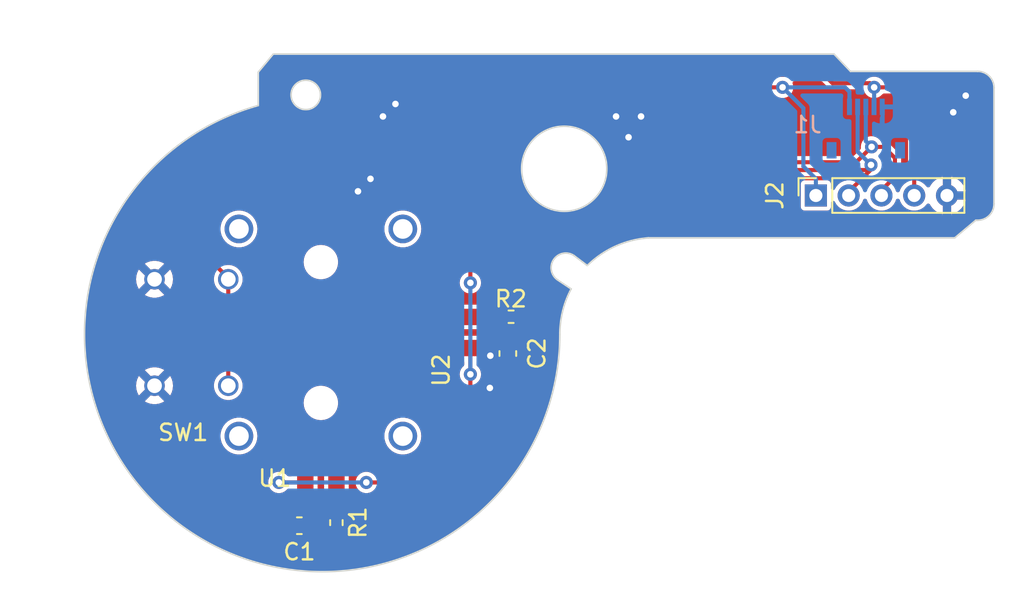
<source format=kicad_pcb>
(kicad_pcb (version 20221018) (generator pcbnew)
  (title_block (title "UniPhob Sub Stick") (company "HandHeldLegend"))
  (layers (0 "F.Cu" signal) (31 "B.Cu" signal) (34 "B.Paste" user) (35 "F.Paste" user) (36 "B.SilkS" user "B.Silkscreen") (37 "F.SilkS" user "F.Silkscreen") (38 "B.Mask" user) (39 "F.Mask" user) (44 "Edge.Cuts" user))
  (net 0 "")
  (net 1 "GND")
  (net 2 "RX")
  (net 3 "RY")
  (net 4 "RS_BUTTON")
  (net 5 "+3V3")
  (net 6 "Net-(U1-VOUT)")
  (net 7 "Net-(U2-VOUT)")
  (footprint "Resistor_SMD:R_0402_1005Metric" (layer "F.Cu") (at 53.038656 47.411123 -90)
    (fp_text reference "R1" (at 0 -1.317344 90) (layer "F.SilkS"))
    (fp_text value "1k")
    (fp_line (start -0.153641 -0.38) (end 0.153641 -0.38) (stroke (width 0.12)) (layer "F.SilkS"))
    (fp_line (start -0.153641 0.38) (end 0.153641 0.38) (stroke (width 0.12)) (layer "F.SilkS"))
    (pad "1" smd roundrect (at -0.51 0 270) (size 0.54 0.64) (layers "F.Cu" "F.Paste" "F.Mask") (net 6 "Net-(U1-VOUT)"))
    (pad "2" smd roundrect (at 0.51 0 270) (size 0.54 0.64) (layers "F.Cu" "F.Paste" "F.Mask") (net 2 "RX"))
  )
  (footprint "Capacitor_SMD:C_0603_1608Metric_Pad1.08x0.95mm_HandSolder" (layer "F.Cu") (at 63.5 37.084 90)
    (fp_text reference "C2" (at 0 1.778 90) (layer "F.SilkS"))
    (fp_text value ".047u")
    (fp_line (start -0.146267 -0.51) (end 0.146267 -0.51) (stroke (width 0.12)) (layer "F.SilkS"))
    (fp_line (start -0.146267 0.51) (end 0.146267 0.51) (stroke (width 0.12)) (layer "F.SilkS"))
    (pad "1" smd roundrect (at -0.8625 0 90) (size 1.075 0.95) (layers "F.Cu" "F.Paste" "F.Mask") (net 1 "GND"))
    (pad "2" smd roundrect (at 0.8625 0 90) (size 1.075 0.95) (layers "F.Cu" "F.Paste" "F.Mask") (net 3 "RY"))
  )
  (footprint "Resistor_SMD:R_0402_1005Metric" (layer "F.Cu") (at 63.698368 34.837056)
    (fp_text reference "R2" (at -0.017757 -1.087732) (layer "F.SilkS"))
    (fp_text value "1k")
    (fp_line (start -0.153641 -0.38) (end 0.153641 -0.38) (stroke (width 0.12)) (layer "F.SilkS"))
    (fp_line (start -0.153641 0.38) (end 0.153641 0.38) (stroke (width 0.12)) (layer "F.SilkS"))
    (pad "1" smd roundrect (at -0.51 0) (size 0.54 0.64) (layers "F.Cu" "F.Paste" "F.Mask") (net 7 "Net-(U2-VOUT)"))
    (pad "2" smd roundrect (at 0.51 0) (size 0.54 0.64) (layers "F.Cu" "F.Paste" "F.Mask") (net 3 "RY"))
  )
  (footprint "uniphob_footprints:GH39F" (layer "F.Cu") (at 52.091101 35.799893)
    (fp_text reference "U2" (at 7.344899 2.300107 90 unlocked) (layer "F.SilkS"))
    (fp_text value "GH39F (Hall SOT23)" hide)
    (pad "1" smd rect (at 9.1 0.95) (size 1 1) (layers "F.Cu" "F.Paste" "F.Mask") (net 5 "+3V3"))
    (pad "2" smd rect (at 9.1 -0.95) (size 1 1) (layers "F.Cu" "F.Paste" "F.Mask") (net 7 "Net-(U2-VOUT)"))
    (pad "3" smd rect (at 6.6 0) (size 1 1) (layers "F.Cu" "F.Paste" "F.Mask") (net 1 "GND"))
  )
  (footprint "Connector_PinSocket_2.00mm:PinSocket_1x05_P2.00mm_Vertical" (layer "F.Cu") (at 82.297 27.432 90)
    (fp_text reference "J2" (at 0 -2.5 90) (layer "F.SilkS"))
    (fp_text value "Conn_01x05_Socket")
    (fp_line (start -1.06 1) (end -1.06 9.06) (stroke (width 0.12)) (layer "F.SilkS"))
    (fp_line (start -1.06 1) (end 1.06 1) (stroke (width 0.12)) (layer "F.SilkS"))
    (fp_line (start -1.06 9.06) (end 1.06 9.06) (stroke (width 0.12)) (layer "F.SilkS"))
    (fp_line (start 0 -1.06) (end 1.06 -1.06) (stroke (width 0.12)) (layer "F.SilkS"))
    (fp_line (start 1.06 -1.06) (end 1.06 0) (stroke (width 0.12)) (layer "F.SilkS"))
    (fp_line (start 1.06 1) (end 1.06 9.06) (stroke (width 0.12)) (layer "F.SilkS"))
    (pad "1" thru_hole rect (at 0 0 90) (size 1.35 1.35) (drill 0.8) (layers "*.Cu" "*.Mask") (net 5 "+3V3"))
    (pad "2" thru_hole oval (at 0 2 90) (size 1.35 1.35) (drill 0.8) (layers "*.Cu" "*.Mask") (net 2 "RX"))
    (pad "3" thru_hole oval (at 0 4 90) (size 1.35 1.35) (drill 0.8) (layers "*.Cu" "*.Mask") (net 3 "RY"))
    (pad "4" thru_hole oval (at 0 6 90) (size 1.35 1.35) (drill 0.8) (layers "*.Cu" "*.Mask") (net 4 "RS_BUTTON"))
    (pad "5" thru_hole oval (at 0 8 90) (size 1.35 1.35) (drill 0.8) (layers "*.Cu" "*.Mask") (net 1 "GND"))
  )
  (footprint "uniphob_footprints:GH39F" (layer "F.Cu") (at 52.091101 35.799893 -90)
    (fp_text reference "U1" (at 8.904107 2.815101 unlocked) (layer "F.SilkS"))
    (fp_text value "GH39F (Hall SOT23)" hide)
    (pad "1" smd rect (at 9.1 0.95 270) (size 1 1) (layers "F.Cu" "F.Paste" "F.Mask") (net 5 "+3V3"))
    (pad "2" smd rect (at 9.1 -0.95 270) (size 1 1) (layers "F.Cu" "F.Paste" "F.Mask") (net 6 "Net-(U1-VOUT)"))
    (pad "3" smd rect (at 6.6 0 270) (size 1 1) (layers "F.Cu" "F.Paste" "F.Mask") (net 1 "GND"))
  )
  (footprint "Capacitor_SMD:C_0603_1608Metric_Pad1.08x0.95mm_HandSolder" (layer "F.Cu") (at 50.778565 47.598841)
    (fp_text reference "C1" (at 0 1.599751) (layer "F.SilkS"))
    (fp_text value ".047u")
    (fp_line (start -0.146267 -0.51) (end 0.146267 -0.51) (stroke (width 0.12)) (layer "F.SilkS"))
    (fp_line (start -0.146267 0.51) (end 0.146267 0.51) (stroke (width 0.12)) (layer "F.SilkS"))
    (pad "1" smd roundrect (at -0.8625 0) (size 1.075 0.95) (layers "F.Cu" "F.Paste" "F.Mask") (net 1 "GND"))
    (pad "2" smd roundrect (at 0.8625 0) (size 1.075 0.95) (layers "F.Cu" "F.Paste" "F.Mask") (net 2 "RX"))
  )
  (footprint "uniphob_footprints:GL18" (layer "F.Cu") (at 52.091101 35.799893)
    (fp_text reference "SW1" (at -8.403101 6.110107 unlocked) (layer "F.SilkS"))
    (fp_text value "GL18_SW")
    (pad "" thru_hole circle (at -5 -6.325) (size 1.75 1.75) (drill 1.2) (layers "*.Cu" "*.Mask"))
    (pad "" thru_hole circle (at -5 6.325) (size 1.75 1.75) (drill 1.2) (layers "*.Cu" "*.Mask"))
    (pad "" np_thru_hole circle (at 0 -4.3) (size 1.6 1.6) (drill 1.6) (layers "F&B.Cu" "*.Mask"))
    (pad "" np_thru_hole circle (at 0 4.3) (size 1.6 1.6) (drill 1.6) (layers "F&B.Cu" "*.Mask"))
    (pad "" thru_hole circle (at 5 -6.325) (size 1.75 1.75) (drill 1.2) (layers "*.Cu" "*.Mask"))
    (pad "" thru_hole circle (at 5 6.325) (size 1.75 1.75) (drill 1.2) (layers "*.Cu" "*.Mask"))
    (pad "S1" thru_hole circle (at -5.65 -3.25) (size 1.25 1.25) (drill 0.9) (layers "*.Cu" "*.Mask") (net 4 "RS_BUTTON"))
    (pad "S2" thru_hole circle (at -5.65 3.25) (size 1.25 1.25) (drill 0.9) (layers "*.Cu" "*.Mask") (net 4 "RS_BUTTON"))
    (pad "S3" thru_hole circle (at -10.15 -3.25) (size 1.25 1.25) (drill 0.9) (layers "*.Cu" "*.Mask") (net 1 "GND"))
    (pad "S4" thru_hole circle (at -10.15 3.25) (size 1.25 1.25) (drill 0.9) (layers "*.Cu" "*.Mask") (net 1 "GND"))
  )
  (footprint "uniphob_footprints:molex_5034800540" (layer "B.Cu") (at 85.344 23.622 180)
    (fp_text reference "J1" (at 3.556 0.508) (layer "B.SilkS") (effects (justify mirror)))
    (fp_text value "Conn_01x05_Pin")
    (pad "" smd rect (at -2.09 -1.05 90) (size 1 0.6) (layers "B.Cu" "B.Paste" "B.Mask"))
    (pad "" smd rect (at 2.09 -1.05 90) (size 1 0.6) (layers "B.Cu" "B.Paste" "B.Mask"))
    (pad "1" smd rect (at -1 1.6 90) (size 1 0.3) (layers "B.Cu" "B.Paste" "B.Mask") (net 1 "GND"))
    (pad "2" smd rect (at -0.5 1.6 90) (size 1 0.3) (layers "B.Cu" "B.Paste" "B.Mask") (net 4 "RS_BUTTON"))
    (pad "3" smd rect (at 0 1.6 90) (size 1 0.3) (layers "B.Cu" "B.Paste" "B.Mask") (net 3 "RY"))
    (pad "4" smd rect (at 0.5 1.6 90) (size 1 0.3) (layers "B.Cu" "B.Paste" "B.Mask") (net 2 "RX"))
    (pad "5" smd rect (at 1 1.6 90) (size 1 0.3) (layers "B.Cu" "B.Paste" "B.Mask") (net 5 "+3V3"))
  )
  (gr_line (start 49.191101 18.796) (end 48.271936 19.904893) (stroke (width 0.1)) (layer "Edge.Cuts"))
  (gr_line (start 90.765011 30.019042) (end 92.05056 28.942693) (stroke (width 0.1)) (layer "Edge.Cuts"))
  (gr_arc (start 66.671936 35.904893) (mid 43.405115 47.455329) (end 48.271936 21.939221) (stroke (width 0.1)) (layer "Edge.Cuts"))
  (gr_line (start 93.165653 27.942693) (end 93.165653 20.853912) (stroke (width 0.1)) (layer "Edge.Cuts"))
  (gr_circle (center 51.171101 21.289893) (end 52.071101 21.289893) (stroke (width 0.1)) (fill none) (layer "Edge.Cuts"))
  (gr_arc (start 68.346774 31.706407) (mid 70.06056 30.531325) (end 72.074378 30.019042) (stroke (width 0.1)) (layer "Edge.Cuts"))
  (gr_line (start 84.403653 19.853093) (end 83.396898 18.796) (stroke (width 0.1)) (layer "Edge.Cuts"))
  (gr_line (start 67.359305 33.141132) (end 66.539967 32.595493) (stroke (width 0.1)) (layer "Edge.Cuts"))
  (gr_arc (start 92.165758 19.853912) (mid 92.872821 20.146827) (end 93.165653 20.853912) (stroke (width 0.1)) (layer "Edge.Cuts"))
  (gr_circle (center 66.941101 25.799893) (end 69.541101 25.799893) (stroke (width 0.1)) (fill none) (layer "Edge.Cuts"))
  (gr_line (start 72.074378 30.019042) (end 90.765011 30.019042) (stroke (width 0.1)) (layer "Edge.Cuts"))
  (gr_line (start 67.537685 31.097308) (end 68.346774 31.706407) (stroke (width 0.1)) (layer "Edge.Cuts"))
  (gr_arc (start 66.539967 32.595493) (mid 66.289715 31.347538) (end 67.537685 31.097308) (stroke (width 0.1)) (layer "Edge.Cuts"))
  (gr_line (start 92.165758 19.853912) (end 84.403653 19.853093) (stroke (width 0.1)) (layer "Edge.Cuts"))
  (gr_arc (start 93.165653 27.942693) (mid 92.872757 28.649783) (end 92.165653 28.942693) (stroke (width 0.1)) (layer "Edge.Cuts"))
  (gr_line (start 83.396898 18.796) (end 49.191101 18.796) (stroke (width 0.1)) (layer "Edge.Cuts"))
  (gr_line (start 48.271936 19.904893) (end 48.271936 21.939221) (stroke (width 0.1)) (layer "Edge.Cuts"))
  (gr_line (start 92.05056 28.942693) (end 92.165653 28.942693) (stroke (width 0.1)) (layer "Edge.Cuts"))
  (gr_arc (start 66.671936 35.904893) (mid 66.84634 34.480911) (end 67.359305 33.141132) (stroke (width 0.1)) (layer "Edge.Cuts"))
  (via (at 62.4028 39.186073) (size 0.8) (drill 0.4) (layers "F.Cu" "B.Cu") (net 1))
  (via (at 54.356 27.178) (size 0.8) (drill 0.4) (layers "F.Cu" "B.Cu") (net 1))
  (via (at 56.642 21.844) (size 0.8) (drill 0.4) (layers "F.Cu" "B.Cu") (net 1))
  (via (at 71.628 22.606) (size 0.8) (drill 0.4) (layers "F.Cu" "B.Cu") (net 1))
  (via (at 55.88 22.606) (size 0.8) (drill 0.4) (layers "F.Cu" "B.Cu") (net 1))
  (via (at 91.44 21.336) (size 0.8) (drill 0.4) (layers "F.Cu" "B.Cu") (net 1))
  (via (at 90.678 22.352) (size 0.8) (drill 0.4) (layers "F.Cu" "B.Cu") (net 1))
  (via (at 55.118 26.416) (size 0.8) (drill 0.4) (layers "F.Cu" "B.Cu") (net 1))
  (via (at 62.431206 37.216563) (size 0.8) (drill 0.4) (layers "F.Cu" "B.Cu") (net 1))
  (via (at 70.866 23.876) (size 0.8) (drill 0.4) (layers "F.Cu" "B.Cu") (net 1))
  (via (at 70.104 22.606) (size 0.8) (drill 0.4) (layers "F.Cu" "B.Cu") (net 1))
  (segment (start 51.963347 47.921123) (end 51.641065 47.598841) (width 0.25) (layer "F.Cu") (net 2))
  (segment (start 84.297 27.209) (end 85.659785 25.846215) (width 0.25) (layer "F.Cu") (net 2))
  (segment (start 53.038656 47.921123) (end 51.963347 47.921123) (width 0.25) (layer "F.Cu") (net 2))
  (segment (start 85.347314 25.878651) (end 73.828519 25.878651) (width 0.25) (layer "F.Cu") (net 2))
  (segment (start 69.946561 29.760609) (end 66.907076 29.760609) (width 0.25) (layer "F.Cu") (net 2))
  (segment (start 66.907076 29.760609) (end 64.658368 32.009317) (width 0.25) (layer "F.Cu") (net 2))
  (segment (start 56.37368 47.921123) (end 53.038656 47.921123) (width 0.25) (layer "F.Cu") (net 2))
  (segment (start 85.659785 25.846215) (end 85.659785 25.56618) (width 0.25) (layer "F.Cu") (net 2))
  (segment (start 64.658368 33.809152) (end 64.994129 34.144913) (width 0.25) (layer "F.Cu") (net 2))
  (segment (start 64.994129 34.144913) (end 64.994129 38.959798) (width 0.25) (layer "F.Cu") (net 2))
  (segment (start 85.659785 25.56618) (end 85.347314 25.878651) (width 0.25) (layer "F.Cu") (net 2))
  (segment (start 61.684784 42.610019) (end 56.37368 47.921123) (width 0.25) (layer "F.Cu") (net 2))
  (segment (start 63.957296 39.996631) (end 62.522772 39.996631) (width 0.25) (layer "F.Cu") (net 2))
  (segment (start 64.994129 38.959798) (end 63.957296 39.996631) (width 0.25) (layer "F.Cu") (net 2))
  (segment (start 62.522772 39.996631) (end 61.684784 40.834619) (width 0.25) (layer "F.Cu") (net 2))
  (segment (start 84.297 27.432) (end 84.297 27.209) (width 0.25) (layer "F.Cu") (net 2))
  (segment (start 73.828519 25.878651) (end 69.946561 29.760609) (width 0.25) (layer "F.Cu") (net 2))
  (segment (start 61.684784 40.834619) (end 61.684784 42.610019) (width 0.25) (layer "F.Cu") (net 2))
  (segment (start 64.658368 32.009317) (end 64.658368 33.809152) (width 0.25) (layer "F.Cu") (net 2))
  (via (at 85.659785 25.56618) (size 0.8) (drill 0.4) (layers "F.Cu" "B.Cu") (net 2))
  (segment (start 84.844 22.022) (end 84.844 24.750395) (width 0.25) (layer "B.Cu") (net 2))
  (segment (start 84.844 24.750395) (end 85.659785 25.56618) (width 0.25) (layer "B.Cu") (net 2))
  (segment (start 64.208368 34.837056) (end 64.208368 31.803632) (width 0.25) (layer "F.Cu") (net 3))
  (segment (start 64.208368 31.803632) (end 66.748503 29.263497) (width 0.25) (layer "F.Cu") (net 3))
  (segment (start 86.440246 24.464246) (end 85.696003 24.464246) (width 0.25) (layer "F.Cu") (net 3))
  (segment (start 63.5 36.2215) (end 64.208368 35.513132) (width 0.25) (layer "F.Cu") (net 3))
  (segment (start 87.122 26.289) (end 87.122 25.146) (width 0.25) (layer "F.Cu") (net 3))
  (segment (start 84.760249 25.4) (end 85.696003 24.464246) (width 0.25) (layer "F.Cu") (net 3))
  (segment (start 64.208368 35.513132) (end 64.208368 34.837056) (width 0.25) (layer "F.Cu") (net 3))
  (segment (start 66.748503 29.263497) (end 69.796503 29.263497) (width 0.25) (layer "F.Cu") (net 3))
  (segment (start 86.297 27.114) (end 87.122 26.289) (width 0.25) (layer "F.Cu") (net 3))
  (segment (start 73.66 25.4) (end 84.760249 25.4) (width 0.25) (layer "F.Cu") (net 3))
  (segment (start 86.297 27.432) (end 86.297 27.114) (width 0.25) (layer "F.Cu") (net 3))
  (segment (start 87.122 25.146) (end 86.440246 24.464246) (width 0.25) (layer "F.Cu") (net 3))
  (segment (start 69.796503 29.263497) (end 73.66 25.4) (width 0.25) (layer "F.Cu") (net 3))
  (via (at 85.696003 24.464246) (size 0.8) (drill 0.4) (layers "F.Cu" "B.Cu") (net 3))
  (segment (start 85.344 24.112243) (end 85.344 22.022) (width 0.25) (layer "B.Cu") (net 3))
  (segment (start 85.696003 24.464246) (end 85.344 24.112243) (width 0.25) (layer "B.Cu") (net 3))
  (segment (start 46.441101 32.549893) (end 46.441101 39.049893) (width 0.25) (layer "F.Cu") (net 4))
  (segment (start 44.704 27.686) (end 44.704 26.924) (width 0.25) (layer "F.Cu") (net 4))
  (segment (start 46.99 24.638) (end 60.452 24.638) (width 0.25) (layer "F.Cu") (net 4))
  (segment (start 60.452 24.638) (end 65.024 20.066) (width 0.25) (layer "F.Cu") (net 4))
  (segment (start 44.704 30.734) (end 44.704 27.686) (width 0.25) (layer "F.Cu") (net 4))
  (segment (start 87.63 20.828) (end 85.852 20.828) (width 0.25) (layer "F.Cu") (net 4))
  (segment (start 46.736 24.892) (end 46.99 24.638) (width 0.25) (layer "F.Cu") (net 4))
  (segment (start 82.804 20.066) (end 83.312 20.574) (width 0.25) (layer "F.Cu") (net 4))
  (segment (start 46.441101 32.549893) (end 46.441101 32.471101) (width 0.25) (layer "F.Cu") (net 4))
  (segment (start 83.312 20.574) (end 85.598 20.574) (width 0.25) (layer "F.Cu") (net 4))
  (segment (start 44.704 26.924) (end 46.736 24.892) (width 0.25) (layer "F.Cu") (net 4))
  (segment (start 46.441101 32.471101) (end 44.704 30.734) (width 0.25) (layer "F.Cu") (net 4))
  (segment (start 65.024 20.066) (end 74.676 20.066) (width 0.25) (layer "F.Cu") (net 4))
  (segment (start 88.297 21.495) (end 87.63 20.828) (width 0.25) (layer "F.Cu") (net 4))
  (segment (start 88.297 27.432) (end 88.297 21.495) (width 0.25) (layer "F.Cu") (net 4))
  (segment (start 85.598 20.574) (end 85.852 20.828) (width 0.25) (layer "F.Cu") (net 4))
  (segment (start 74.676 20.066) (end 82.804 20.066) (width 0.25) (layer "F.Cu") (net 4))
  (via (at 85.852 20.828) (size 0.8) (drill 0.4) (layers "F.Cu" "B.Cu") (net 4))
  (segment (start 85.852 22.014) (end 85.844 22.022) (width 0.25) (layer "B.Cu") (net 4))
  (segment (start 85.852 20.828) (end 85.852 22.014) (width 0.25) (layer "B.Cu") (net 4))
  (segment (start 61.214 24.638) (end 61.214 32.766) (width 0.25) (layer "F.Cu") (net 5))
  (segment (start 61.214 38.354) (end 61.214 42.418) (width 0.25) (layer "F.Cu") (net 5))
  (segment (start 58.674 44.958) (end 54.864 44.958) (width 0.25) (layer "F.Cu") (net 5))
  (segment (start 61.214 42.418) (end 59.182 44.45) (width 0.25) (layer "F.Cu") (net 5))
  (segment (start 80.264 20.828) (end 65.024 20.828) (width 0.25) (layer "F.Cu") (net 5))
  (segment (start 61.214 36.772792) (end 61.191101 36.749893) (width 0.25) (layer "F.Cu") (net 5))
  (segment (start 62.992 22.86) (end 61.214 24.638) (width 0.25) (layer "F.Cu") (net 5))
  (segment (start 51.082994 44.958) (end 51.141101 44.899893) (width 0.25) (layer "F.Cu") (net 5))
  (segment (start 59.182 44.45) (end 58.674 44.958) (width 0.25) (layer "F.Cu") (net 5))
  (segment (start 65.024 20.828) (end 62.992 22.86) (width 0.25) (layer "F.Cu") (net 5))
  (segment (start 49.53 44.958) (end 51.082994 44.958) (width 0.25) (layer "F.Cu") (net 5))
  (segment (start 61.214 38.354) (end 61.214 36.772792) (width 0.25) (layer "F.Cu") (net 5))
  (via (at 49.53 44.958) (size 0.8) (drill 0.4) (layers "F.Cu" "B.Cu") (net 5))
  (via (at 54.864 44.958) (size 0.8) (drill 0.4) (layers "F.Cu" "B.Cu") (net 5))
  (via (at 80.264 20.828) (size 0.8) (drill 0.4) (layers "F.Cu" "B.Cu") (net 5))
  (via (at 61.214 32.766) (size 0.8) (drill 0.4) (layers "F.Cu" "B.Cu") (net 5))
  (via (at 61.214 38.354) (size 0.8) (drill 0.4) (layers "F.Cu" "B.Cu") (net 5))
  (segment (start 61.214 32.766) (end 61.214 38.354) (width 0.25) (layer "B.Cu") (net 5))
  (segment (start 84.074 20.828) (end 81.28 20.828) (width 0.25) (layer "B.Cu") (net 5))
  (segment (start 82.297 27.432) (end 82.297 26.417) (width 0.25) (layer "B.Cu") (net 5))
  (segment (start 84.344 21.098) (end 84.074 20.828) (width 0.25) (layer "B.Cu") (net 5))
  (segment (start 81.534 25.654) (end 81.534 22.098) (width 0.25) (layer "B.Cu") (net 5))
  (segment (start 81.28 20.828) (end 80.264 20.828) (width 0.25) (layer "B.Cu") (net 5))
  (segment (start 84.344 22.022) (end 84.344 21.098) (width 0.25) (layer "B.Cu") (net 5))
  (segment (start 54.864 44.958) (end 49.53 44.958) (width 0.25) (layer "B.Cu") (net 5))
  (segment (start 81.534 22.098) (end 80.264 20.828) (width 0.25) (layer "B.Cu") (net 5))
  (segment (start 82.297 26.417) (end 81.534 25.654) (width 0.25) (layer "B.Cu") (net 5))
  (segment (start 53.041101 46.898678) (end 53.038656 46.901123) (width 0.25) (layer "F.Cu") (net 6))
  (segment (start 53.041101 44.899893) (end 53.041101 46.898678) (width 0.25) (layer "F.Cu") (net 6))
  (segment (start 61.191101 34.849893) (end 63.175531 34.849893) (width 0.25) (layer "F.Cu") (net 7))
  (segment (start 63.175531 34.849893) (end 63.188368 34.837056) (width 0.25) (layer "F.Cu") (net 7))
  (zone (net 1) (net_name "GND") (layers "F&B.Cu") (connect_pads (clearance 0.25)) (min_thickness 0.25) (fill yes (thermal_gap 0.5) (thermal_bridge_width 0.5))
    (polygon (pts (xy 34.544 15.748) (xy 94.742 15.494) (xy 94.996 52.578) (xy 32.512 52.578)))
  )
)
</source>
